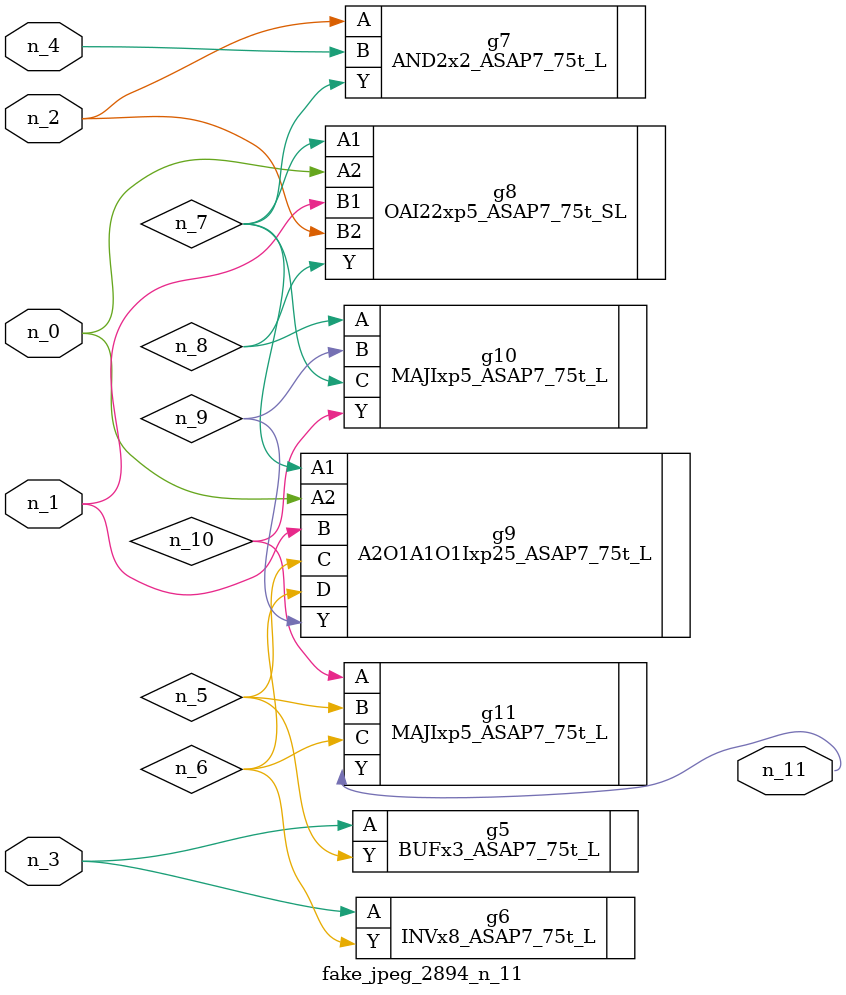
<source format=v>
module fake_jpeg_2894_n_11 (n_3, n_2, n_1, n_0, n_4, n_11);

input n_3;
input n_2;
input n_1;
input n_0;
input n_4;

output n_11;

wire n_10;
wire n_8;
wire n_9;
wire n_6;
wire n_5;
wire n_7;

BUFx3_ASAP7_75t_L g5 ( 
.A(n_3),
.Y(n_5)
);

INVx8_ASAP7_75t_L g6 ( 
.A(n_3),
.Y(n_6)
);

AND2x2_ASAP7_75t_L g7 ( 
.A(n_2),
.B(n_4),
.Y(n_7)
);

OAI22xp5_ASAP7_75t_SL g8 ( 
.A1(n_7),
.A2(n_0),
.B1(n_1),
.B2(n_2),
.Y(n_8)
);

MAJIxp5_ASAP7_75t_L g10 ( 
.A(n_8),
.B(n_9),
.C(n_7),
.Y(n_10)
);

A2O1A1O1Ixp25_ASAP7_75t_L g9 ( 
.A1(n_7),
.A2(n_0),
.B(n_1),
.C(n_5),
.D(n_6),
.Y(n_9)
);

MAJIxp5_ASAP7_75t_L g11 ( 
.A(n_10),
.B(n_5),
.C(n_6),
.Y(n_11)
);


endmodule
</source>
